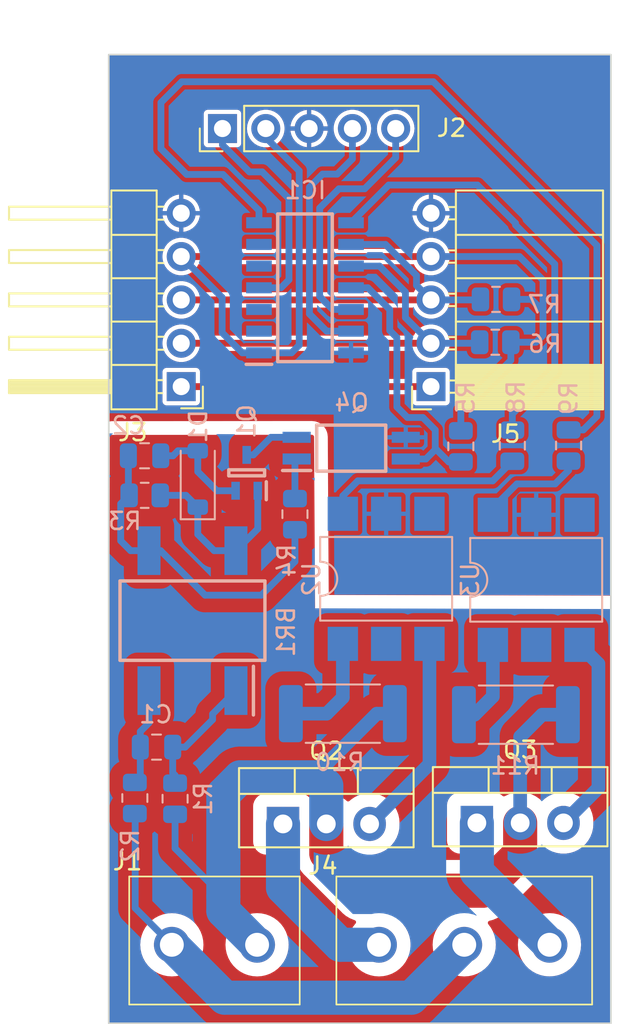
<source format=kicad_pcb>
(kicad_pcb (version 20221018) (generator pcbnew)
  (layers (0 "F.Cu" signal) (31 "B.Cu" signal) (34 "B.Paste" user) (35 "F.Paste" user) (36 "B.SilkS" user "B.Silkscreen") (37 "F.SilkS" user "F.Silkscreen") (38 "B.Mask" user) (39 "F.Mask" user) (44 "Edge.Cuts" user))
  (net 0 "")
  (net 1 "Net-(BR1-~_1)")
  (net 2 "Net-(BR1-~_2)")
  (net 3 "Net-(BR1-+)")
  (net 4 "Net-(BR1--)")
  (net 5 "Net-(D1-A)")
  (net 6 "+3V3")
  (net 9 "/VPP")
  (net 12 "/FAN_DIR-2_SIG")
  (net 13 "/FAN_DIR-1_SIG")
  (net 14 "/SDA")
  (net 15 "/SCL")
  (net 16 "/ZCD")
  (net 17 "/ICSPCLK")
  (net 18 "/ICSPDAT")
  (net 19 "GND")
  (net 20 "NEUT")
  (net 21 "LINE")
  (net 22 "+5V")
  (net 23 "/FAN_DIR-1_POWER")
  (net 24 "/FAN_DIR-2_POWER")
  (net 25 "Net-(Q1-C)")
  (net 26 "Net-(Q2-G)")
  (net 27 "Net-(Q3-G)")
  (net 28 "Net-(Q4-A)")
  (net 29 "Net-(R8-Pad2)")
  (net 30 "Net-(R9-Pad2)")
  (net 31 "Net-(R10-Pad2)")
  (net 32 "Net-(R11-Pad2)")
  (footprint "Connector_PinHeader_2.54mm:PinHeader_1x05_P2.54mm_Vertical" (layer "F.Cu") (at 21.87 19.33 90)
    (fp_text reference "J2" (at 0.03 13.43 180) (layer "F.SilkS"))
    (fp_text value "Conn_01x05_Socket")
    (fp_line (start -1.33 -1.33) (end 0 -1.33) (stroke (width 0.12)) (layer "F.SilkS"))
    (fp_line (start -1.33 0) (end -1.33 -1.33) (stroke (width 0.12)) (layer "F.SilkS"))
    (fp_line (start -1.33 1.27) (end -1.33 11.49) (stroke (width 0.12)) (layer "F.SilkS"))
    (fp_line (start -1.33 1.27) (end 1.33 1.27) (stroke (width 0.12)) (layer "F.SilkS"))
    (fp_line (start -1.33 11.49) (end 1.33 11.49) (stroke (width 0.12)) (layer "F.SilkS"))
    (fp_line (start 1.33 1.27) (end 1.33 11.49) (stroke (width 0.12)) (layer "F.SilkS"))
    (pad "1" thru_hole rect (at 0 0 90) (size 1.7 1.7) (drill 1) (layers "*.Cu" "*.Mask") (net 9 "/VPP"))
    (pad "2" thru_hole oval (at 0 2.54 90) (size 1.7 1.7) (drill 1) (layers "*.Cu" "*.Mask") (net 6 "+3V3"))
    (pad "3" thru_hole oval (at 0 5.08 90) (size 1.7 1.7) (drill 1) (layers "*.Cu" "*.Mask") (net 19 "GND"))
    (pad "4" thru_hole oval (at 0 7.62 90) (size 1.7 1.7) (drill 1) (layers "*.Cu" "*.Mask") (net 18 "/ICSPDAT"))
    (pad "5" thru_hole oval (at 0 10.16 90) (size 1.7 1.7) (drill 1) (layers "*.Cu" "*.Mask") (net 17 "/ICSPCLK"))
  )
  (footprint "KF301_2P:KF3012P" (layer "F.Cu") (at 18.9 67.15)
    (fp_text reference "J1" (at -2.6 -4.88) (layer "F.SilkS"))
    (fp_text value "Screw_Terminal_01x02" hide)
    (fp_line (start -2.5 -4) (end 7.5 -4) (stroke (width 0.1)) (layer "F.SilkS"))
    (fp_line (start -2.5 3.5) (end -2.5 -4) (stroke (width 0.1)) (layer "F.SilkS"))
    (fp_line (start 7.5 -4) (end 7.5 3.5) (stroke (width 0.1)) (layer "F.SilkS"))
    (fp_line (start 7.5 3.5) (end -2.5 3.5) (stroke (width 0.1)) (layer "F.SilkS"))
    (pad "1" thru_hole circle (at 0 0) (size 2.1 2.1) (drill 1.4) (layers "*.Cu" "*.Mask") (net 20 "NEUT"))
    (pad "2" thru_hole circle (at 5 0) (size 2.1 2.1) (drill 1.4) (layers "*.Cu" "*.Mask") (net 21 "LINE"))
  )
  (footprint "Connector_PinHeader_2.54mm:PinHeader_1x05_P2.54mm_Horizontal" (layer "F.Cu") (at 19.45 34.45 180)
    (fp_text reference "J3" (at 2.84 -2.68) (layer "F.SilkS"))
    (fp_text value "Conn_01x05_Pin")
    (fp_line (start -1.27 -1.27) (end 0 -1.27) (stroke (width 0.12)) (layer "F.SilkS"))
    (fp_line (start -1.27 0) (end -1.27 -1.27) (stroke (width 0.12)) (layer "F.SilkS"))
    (fp_line (start 1.042929 2.16) (end 1.44 2.16) (stroke (width 0.12)) (layer "F.SilkS"))
    (fp_line (start 1.042929 2.92) (end 1.44 2.92) (stroke (width 0.12)) (layer "F.SilkS"))
    (fp_line (start 1.042929 4.7) (end 1.44 4.7) (stroke (width 0.12)) (layer "F.SilkS"))
    (fp_line (start 1.042929 5.46) (end 1.44 5.46) (stroke (width 0.12)) (layer "F.SilkS"))
    (fp_line (start 1.042929 7.24) (end 1.44 7.24) (stroke (width 0.12)) (layer "F.SilkS"))
    (fp_line (start 1.042929 8) (end 1.44 8) (stroke (width 0.12)) (layer "F.SilkS"))
    (fp_line (start 1.042929 9.78) (end 1.44 9.78) (stroke (width 0.12)) (layer "F.SilkS"))
    (fp_line (start 1.042929 10.54) (end 1.44 10.54) (stroke (width 0.12)) (layer "F.SilkS"))
    (fp_line (start 1.11 -0.38) (end 1.44 -0.38) (stroke (width 0.12)) (layer "F.SilkS"))
    (fp_line (start 1.11 0.38) (end 1.44 0.38) (stroke (width 0.12)) (layer "F.SilkS"))
    (fp_line (start 1.44 -1.33) (end 1.44 11.49) (stroke (width 0.12)) (layer "F.SilkS"))
    (fp_line (start 1.44 1.27) (end 4.1 1.27) (stroke (width 0.12)) (layer "F.SilkS"))
    (fp_line (start 1.44 3.81) (end 4.1 3.81) (stroke (width 0.12)) (layer "F.SilkS"))
    (fp_line (start 1.44 6.35) (end 4.1 6.35) (stroke (width 0.12)) (layer "F.SilkS"))
    (fp_line (start 1.44 8.89) (end 4.1 8.89) (stroke (width 0.12)) (layer "F.SilkS"))
    (fp_line (start 1.44 11.49) (end 4.1 11.49) (stroke (width 0.12)) (layer "F.SilkS"))
    (fp_line (start 4.1 -1.33) (end 1.44 -1.33) (stroke (width 0.12)) (layer "F.SilkS"))
    (fp_line (start 4.1 -0.38) (end 10.1 -0.38) (stroke (width 0.12)) (layer "F.SilkS"))
    (fp_line (start 4.1 -0.32) (end 10.1 -0.32) (stroke (width 0.12)) (layer "F.SilkS"))
    (fp_line (start 4.1 -0.2) (end 10.1 -0.2) (stroke (width 0.12)) (layer "F.SilkS"))
    (fp_line (start 4.1 -0.08) (end 10.1 -0.08) (stroke (width 0.12)) (layer "F.SilkS"))
    (fp_line (start 4.1 0.04) (end 10.1 0.04) (stroke (width 0.12)) (layer "F.SilkS"))
    (fp_line (start 4.1 0.16) (end 10.1 0.16) (stroke (width 0.12)) (layer "F.SilkS"))
    (fp_line (start 4.1 0.28) (end 10.1 0.28) (stroke (width 0.12)) (layer "F.SilkS"))
    (fp_line (start 4.1 2.16) (end 10.1 2.16) (stroke (width 0.12)) (layer "F.SilkS"))
    (fp_line (start 4.1 4.7) (end 10.1 4.7) (stroke (width 0.12)) (layer "F.SilkS"))
    (fp_line (start 4.1 7.24) (end 10.1 7.24) (stroke (width 0.12)) (layer "F.SilkS"))
    (fp_line (start 4.1 9.78) (end 10.1 9.78) (stroke (width 0.12)) (layer "F.SilkS"))
    (fp_line (start 4.1 11.49) (end 4.1 -1.33) (stroke (width 0.12)) (layer "F.SilkS"))
    (fp_line (start 10.1 -0.38) (end 10.1 0.38) (stroke (width 0.12)) (layer "F.SilkS"))
    (fp_line (start 10.1 0.38) (end 4.1 0.38) (stroke (width 0.12)) (layer "F.SilkS"))
    (fp_line (start 10.1 2.16) (end 10.1 2.92) (stroke (width 0.12)) (layer "F.SilkS"))
    (fp_line (start 10.1 2.92) (end 4.1 2.92) (stroke (width 0.12)) (layer "F.SilkS"))
    (fp_line (start 10.1 4.7) (end 10.1 5.46) (stroke (width 0.12)) (layer "F.SilkS"))
    (fp_line (start 10.1 5.46) (end 4.1 5.46) (stroke (width 0.12)) (layer "F.SilkS"))
    (fp_line (start 10.1 7.24) (end 10.1 8) (stroke (width 0.12)) (layer "F.SilkS"))
    (fp_line (start 10.1 8) (end 4.1 8) (stroke (width 0.12)) (layer "F.SilkS"))
    (fp_line (start 10.1 9.78) (end 10.1 10.54) (stroke (width 0.12)) (layer "F.SilkS"))
    (fp_line (start 10.1 10.54) (end 4.1 10.54) (stroke (width 0.12)) (layer "F.SilkS"))
    (pad "1" thru_hole rect (at 0 0 180) (size 1.7 1.7) (drill 1) (layers "*.Cu" "*.Mask") (net 22 "+5V"))
    (pad "2" thru_hole oval (at 0 2.54 180) (size 1.7 1.7) (drill 1) (layers "*.Cu" "*.Mask") (net 15 "/SCL"))
    (pad "3" thru_hole oval (at 0 5.08 180) (size 1.7 1.7) (drill 1) (layers "*.Cu" "*.Mask") (net 14 "/SDA"))
    (pad "4" thru_hole oval (at 0 7.62 180) (size 1.7 1.7) (drill 1) (layers "*.Cu" "*.Mask") (net 6 "+3V3"))
    (pad "5" thru_hole oval (at 0 10.16 180) (size 1.7 1.7) (drill 1) (layers "*.Cu" "*.Mask") (net 19 "GND"))
  )
  (footprint "Package_TO_SOT_THT:TO-220-3_Vertical" (layer "F.Cu") (at 36.79 60.01)
    (fp_text reference "Q3" (at 2.54 -4.27) (layer "F.SilkS"))
    (fp_text value "BTA16-600B")
    (fp_line (start -2.58 -3.27) (end -2.58 1.371) (stroke (width 0.12)) (layer "F.SilkS"))
    (fp_line (start -2.58 -3.27) (end 7.66 -3.27) (stroke (width 0.12)) (layer "F.SilkS"))
    (fp_line (start -2.58 -1.76) (end 7.66 -1.76) (stroke (width 0.12)) (layer "F.SilkS"))
    (fp_line (start -2.58 1.371) (end 7.66 1.371) (stroke (width 0.12)) (layer "F.SilkS"))
    (fp_line (start 0.69 -3.27) (end 0.69 -1.76) (stroke (width 0.12)) (layer "F.SilkS"))
    (fp_line (start 4.391 -3.27) (end 4.391 -1.76) (stroke (width 0.12)) (layer "F.SilkS"))
    (fp_line (start 7.66 -3.27) (end 7.66 1.371) (stroke (width 0.12)) (layer "F.SilkS"))
    (pad "1" thru_hole rect (at 0 0) (size 1.905 2) (drill 1.1) (layers "*.Cu" "*.Mask") (net 24 "/FAN_DIR-2_POWER"))
    (pad "2" thru_hole oval (at 2.54 0) (size 1.905 2) (drill 1.1) (layers "*.Cu" "*.Mask") (net 21 "LINE"))
    (pad "3" thru_hole oval (at 5.08 0) (size 1.905 2) (drill 1.1) (layers "*.Cu" "*.Mask") (net 27 "Net-(Q3-G)"))
  )
  (footprint "Connector_PinSocket_2.54mm:PinSocket_1x05_P2.54mm_Horizontal" (layer "F.Cu") (at 34.1 34.45 180)
    (fp_text reference "J5" (at -4.38 -2.77) (layer "F.SilkS"))
    (fp_text value "Conn_01x05_Socket")
    (fp_line (start -10.09 -1.33) (end -10.09 11.49) (stroke (width 0.12)) (layer "F.SilkS"))
    (fp_line (start -10.09 -1.33) (end -1.46 -1.33) (stroke (width 0.12)) (layer "F.SilkS"))
    (fp_line (start -10.09 -1.21) (end -1.46 -1.21) (stroke (width 0.12)) (layer "F.SilkS"))
    (fp_line (start -10.09 -1.091905) (end -1.46 -1.091905) (stroke (width 0.12)) (layer "F.SilkS"))
    (fp_line (start -10.09 -0.97381) (end -1.46 -0.97381) (stroke (width 0.12)) (layer "F.SilkS"))
    (fp_line (start -10.09 -0.855715) (end -1.46 -0.855715) (stroke (width 0.12)) (layer "F.SilkS"))
    (fp_line (start -10.09 -0.73762) (end -1.46 -0.73762) (stroke (width 0.12)) (layer "F.SilkS"))
    (fp_line (start -10.09 -0.619525) (end -1.46 -0.619525) (stroke (width 0.12)) (layer "F.SilkS"))
    (fp_line (start -10.09 -0.50143) (end -1.46 -0.50143) (stroke (width 0.12)) (layer "F.SilkS"))
    (fp_line (start -10.09 -0.383335) (end -1.46 -0.383335) (stroke (width 0.12)) (layer "F.SilkS"))
    (fp_line (start -10.09 -0.26524) (end -1.46 -0.26524) (stroke (width 0.12)) (layer "F.SilkS"))
    (fp_line (start -10.09 -0.147145) (end -1.46 -0.147145) (stroke (width 0.12)) (layer "F.SilkS"))
    (fp_line (start -10.09 -0.02905) (end -1.46 -0.02905) (stroke (width 0.12)) (layer "F.SilkS"))
    (fp_line (start -10.09 0.089045) (end -1.46 0.089045) (stroke (width 0.12)) (layer "F.SilkS"))
    (fp_line (start -10.09 0.20714) (end -1.46 0.20714) (stroke (width 0.12)) (layer "F.SilkS"))
    (fp_line (start -10.09 0.325235) (end -1.46 0.325235) (stroke (width 0.12)) (layer "F.SilkS"))
    (fp_line (start -10.09 0.44333) (end -1.46 0.44333) (stroke (width 0.12)) (layer "F.SilkS"))
    (fp_line (start -10.09 0.561425) (end -1.46 0.561425) (stroke (width 0.12)) (layer "F.SilkS"))
    (fp_line (start -10.09 0.67952) (end -1.46 0.67952) (stroke (width 0.12)) (layer "F.SilkS"))
    (fp_line (start -10.09 0.797615) (end -1.46 0.797615) (stroke (width 0.12)) (layer "F.SilkS"))
    (fp_line (start -10.09 0.91571) (end -1.46 0.91571) (stroke (width 0.12)) (layer "F.SilkS"))
    (fp_line (start -10.09 1.033805) (end -1.46 1.033805) (stroke (width 0.12)) (layer "F.SilkS"))
    (fp_line (start -10.09 1.1519) (end -1.46 1.1519) (stroke (width 0.12)) (layer "F.SilkS"))
    (fp_line (start -10.09 1.27) (end -1.46 1.27) (stroke (width 0.12)) (layer "F.SilkS"))
    (fp_line (start -10.09 3.81) (end -1.46 3.81) (stroke (width 0.12)) (layer "F.SilkS"))
    (fp_line (start -10.09 6.35) (end -1.46 6.35) (stroke (width 0.12)) (layer "F.SilkS"))
    (fp_line (start -10.09 8.89) (end -1.46 8.89) (stroke (width 0.12)) (layer "F.SilkS"))
    (fp_line (start -10.09 11.49) (end -1.46 11.49) (stroke (width 0.12)) (layer "F.SilkS"))
    (fp_line (start -1.46 -1.33) (end -1.46 11.49) (stroke (width 0.12)) (layer "F.SilkS"))
    (fp_line (start -1.46 -0.36) (end -1.11 -0.36) (stroke (width 0.12)) (layer "F.SilkS"))
    (fp_line (start -1.46 0.36) (end -1.11 0.36) (stroke (width 0.12)) (layer "F.SilkS"))
    (fp_line (start -1.46 2.18) (end -1.05 2.18) (stroke (width 0.12)) (layer "F.SilkS"))
    (fp_line (start -1.46 2.9) (end -1.05 2.9) (stroke (width 0.12)) (layer "F.SilkS"))
    (fp_line (start -1.46 4.72) (end -1.05 4.72) (stroke (width 0.12)) (layer "F.SilkS"))
    (fp_line (start -1.46 5.44) (end -1.05 5.44) (stroke (width 0.12)) (layer "F.SilkS"))
    (fp_line (start -1.46 7.26) (end -1.05 7.26) (stroke (width 0.12)) (layer "F.SilkS"))
    (fp_line (start -1.46 7.98) (end -1.05 7.98) (stroke (width 0.12)) (layer "F.SilkS"))
    (fp_line (start -1.46 9.8) (end -1.05 9.8) (stroke (width 0.12)) (layer "F.SilkS"))
    (fp_line (start -1.46 10.52) (end -1.05 10.52) (stroke (width 0.12)) (layer "F.SilkS"))
    (fp_line (start 0 -1.33) (end 1.11 -1.33) (stroke (width 0.12)) (layer "F.SilkS"))
    (fp_line (start 1.11 -1.33) (end 1.11 0) (stroke (width 0.12)) (layer "F.SilkS"))
    (pad "1" thru_hole rect (at 0 0 180) (size 1.7 1.7) (drill 1) (layers "*.Cu" "*.Mask") (net 22 "+5V"))
    (pad "2" thru_hole oval (at 0 2.54 180) (size 1.7 1.7) (drill 1) (layers "*.Cu" "*.Mask") (net 15 "/SCL"))
    (pad "3" thru_hole oval (at 0 5.08 180) (size 1.7 1.7) (drill 1) (layers "*.Cu" "*.Mask") (net 14 "/SDA"))
    (pad "4" thru_hole oval (at 0 7.62 180) (size 1.7 1.7) (drill 1) (layers "*.Cu" "*.Mask") (net 6 "+3V3"))
    (pad "5" thru_hole oval (at 0 10.16 180) (size 1.7 1.7) (drill 1) (layers "*.Cu" "*.Mask") (net 19 "GND"))
  )
  (footprint "KF301_3P:KF3013P" (layer "F.Cu") (at 31.05 67.15)
    (fp_text reference "J4" (at -3.29 -4.63) (layer "F.SilkS"))
    (fp_text value "Screw_Terminal_01x03" hide)
    (fp_line (start -2.5 -4) (end 12.5 -4) (stroke (width 0.1)) (layer "F.SilkS"))
    (fp_line (start -2.5 3.5) (end -2.5 -4) (stroke (width 0.1)) (layer "F.SilkS"))
    (fp_line (start 12.5 -4) (end 12.5 3.5) (stroke (width 0.1)) (layer "F.SilkS"))
    (fp_line (start 12.5 3.5) (end -2.5 3.5) (stroke (width 0.1)) (layer "F.SilkS"))
    (pad "1" thru_hole circle (at 0 0) (size 2.1 2.1) (drill 1.4) (layers "*.Cu" "*.Mask") (net 23 "/FAN_DIR-1_POWER"))
    (pad "2" thru_hole circle (at 5 0) (size 2.1 2.1) (drill 1.4) (layers "*.Cu" "*.Mask") (net 20 "NEUT"))
    (pad "3" thru_hole circle (at 10 0) (size 2.1 2.1) (drill 1.4) (layers "*.Cu" "*.Mask") (net 24 "/FAN_DIR-2_POWER"))
  )
  (footprint "Package_TO_SOT_THT:TO-220-3_Vertical" (layer "F.Cu") (at 25.42 60.07)
    (fp_text reference "Q2" (at 2.54 -4.27) (layer "F.SilkS"))
    (fp_text value "BTA16-600B")
    (fp_line (start -2.58 -3.27) (end -2.58 1.371) (stroke (width 0.12)) (layer "F.SilkS"))
    (fp_line (start -2.58 -3.27) (end 7.66 -3.27) (stroke (width 0.12)) (layer "F.SilkS"))
    (fp_line (start -2.58 -1.76) (end 7.66 -1.76) (stroke (width 0.12)) (layer "F.SilkS"))
    (fp_line (start -2.58 1.371) (end 7.66 1.371) (stroke (width 0.12)) (layer "F.SilkS"))
    (fp_line (start 0.69 -3.27) (end 0.69 -1.76) (stroke (width 0.12)) (layer "F.SilkS"))
    (fp_line (start 4.391 -3.27) (end 4.391 -1.76) (stroke (width 0.12)) (layer "F.SilkS"))
    (fp_line (start 7.66 -3.27) (end 7.66 1.371) (stroke (width 0.12)) (layer "F.SilkS"))
    (pad "1" thru_hole rect (at 0 0) (size 1.905 2) (drill 1.1) (layers "*.Cu" "*.Mask") (net 23 "/FAN_DIR-1_POWER"))
    (pad "2" thru_hole oval (at 2.54 0) (size 1.905 2) (drill 1.1) (layers "*.Cu" "*.Mask") (net 21 "LINE"))
    (pad "3" thru_hole oval (at 5.08 0) (size 1.905 2) (drill 1.1) (layers "*.Cu" "*.Mask") (net 26 "Net-(Q2-G)"))
  )
  (footprint "DB207S:SOP510P1015X375-4N" (layer "B.Cu") (at 20.11 48.16 90)
    (fp_text reference "BR1" (at -0.65 5.49 90) (layer "B.SilkS") (effects (justify mirror)))
    (fp_text value "DB207S" hide)
    (fp_line (start -5.525 3.575) (end -2.675 3.575) (stroke (width 0.2)) (layer "B.SilkS"))
    (fp_line (start -2.325 -4.25) (end -2.325 4.25) (stroke (width 0.2)) (layer "B.SilkS"))
    (fp_line (start -2.325 4.25) (end 2.325 4.25) (stroke (width 0.2)) (layer "B.SilkS"))
    (fp_line (start 2.325 -4.25) (end -2.325 -4.25) (stroke (width 0.2)) (layer "B.SilkS"))
    (fp_line (start 2.325 4.25) (end 2.325 -4.25) (stroke (width 0.2)) (layer "B.SilkS"))
    (pad "1" smd rect (at -4.1 2.55) (size 1.35 2.85) (layers "B.Cu" "B.Paste" "B.Mask") (net 1 "Net-(BR1-~_1)"))
    (pad "2" smd rect (at -4.1 -2.55) (size 1.35 2.85) (layers "B.Cu" "B.Paste" "B.Mask") (net 2 "Net-(BR1-~_2)"))
    (pad "3" smd rect (at 4.1 -2.55) (size 1.35 2.85) (layers "B.Cu" "B.Paste" "B.Mask") (net 3 "Net-(BR1-+)"))
    (pad "4" smd rect (at 4.1 2.55) (size 1.35 2.85) (layers "B.Cu" "B.Paste" "B.Mask") (net 4 "Net-(BR1--)"))
  )
  (footprint "Capacitor_SMD:C_0805_2012Metric" (layer "B.Cu") (at 17.3 38.5)
    (fp_text reference "C2" (at -0.94 -1.77) (layer "B.SilkS") (effects (justify mirror)))
    (fp_text value "4.7 uF")
    (fp_line (start -0.261252 -0.735) (end 0.261252 -0.735) (stroke (width 0.12)) (layer "B.SilkS"))
    (fp_line (start -0.261252 0.735) (end 0.261252 0.735) (stroke (width 0.12)) (layer "B.SilkS"))
    (pad "1" smd roundrect (at -0.95 0) (size 1 1.45) (layers "B.Cu" "B.Paste" "B.Mask") (net 3 "Net-(BR1-+)"))
    (pad "2" smd roundrect (at 0.95 0) (size 1 1.45) (layers "B.Cu" "B.Paste" "B.Mask") (net 5 "Net-(D1-A)"))
  )
  (footprint "Capacitor_SMD:C_0805_2012Metric" (layer "B.Cu") (at 18 55.57)
    (fp_text reference "C1" (at -0.04 -1.91) (layer "B.SilkS") (effects (justify mirror)))
    (fp_text value "1 nF")
    (fp_line (start -0.261252 -0.735) (end 0.261252 -0.735) (stroke (width 0.12)) (layer "B.SilkS"))
    (fp_line (start -0.261252 0.735) (end 0.261252 0.735) (stroke (width 0.12)) (layer "B.SilkS"))
    (pad "1" smd roundrect (at -0.95 0) (size 1 1.45) (layers "B.Cu" "B.Paste" "B.Mask") (net 2 "Net-(BR1-~_2)"))
    (pad "2" smd roundrect (at 0.95 0) (size 1 1.45) (layers "B.Cu" "B.Paste" "B.Mask") (net 1 "Net-(BR1-~_1)"))
  )
  (footprint "PS2801:SOIC127P700X210-4N" (layer "B.Cu") (at 29.42 38.055)
    (fp_text reference "Q4" (at 0.03 -2.665) (layer "B.SilkS") (effects (justify mirror)))
    (fp_text value "PS2801-1-F3-K-A" hide)
    (fp_line (start -4.025 1.31) (end -2.375 1.31) (stroke (width 0.2)) (layer "B.SilkS"))
    (fp_line (start -2.025 -1.35) (end -2.025 1.35) (stroke (width 0.2)) (layer "B.SilkS"))
    (fp_line (start -2.025 1.35) (end 2.025 1.35) (stroke (width 0.2)) (layer "B.SilkS"))
    (fp_line (start 2.025 -1.35) (end -2.025 -1.35) (stroke (width 0.2)) (layer "B.SilkS"))
    (fp_line (start 2.025 1.35) (end 2.025 -1.35) (stroke (width 0.2)) (layer "B.SilkS"))
    (pad "1" smd rect (at -3.2 0.635 270) (size 0.65 1.65) (layers "B.Cu" "B.Paste" "B.Mask") (net 28 "Net-(Q4-A)"))
    (pad "2" smd rect (at -3.2 -0.635 270) (size 0.65 1.65) (layers "B.Cu" "B.Paste" "B.Mask") (net 25 "Net-(Q1-C)"))
    (pad "3" smd rect (at 3.2 -0.635 270) (size 0.65 1.65) (layers "B.Cu" "B.Paste" "B.Mask") (net 19 "GND"))
    (pad "4" smd rect (at 3.2 0.635 270) (size 0.65 1.65) (layers "B.Cu" "B.Paste" "B.Mask") (net 16 "/ZCD"))
  )
  (footprint "Package_DIP:SMDIP-6_W7.62mm" (layer "B.Cu") (at 31.47 45.71 -90)
    (fp_text reference "U2" (at 0.03 4.38 90) (layer "B.SilkS") (effects (justify mirror)))
    (fp_text value "MOC3020M")
    (fp_line (start -2.45 -3.87) (end 2.45 -3.87) (stroke (width 0.12)) (layer "B.SilkS"))
    (fp_line (start -2.45 3.87) (end -2.45 -3.87) (stroke (width 0.12)) (layer "B.SilkS"))
    (fp_line (start -1 3.87) (end -2.45 3.87) (stroke (width 0.12)) (layer "B.SilkS"))
    (fp_line (start 2.45 -3.87) (end 2.45 3.87) (stroke (width 0.12)) (layer "B.SilkS"))
    (fp_line (start 2.45 3.87) (end 1 3.87) (stroke (width 0.12)) (layer "B.SilkS"))
    (fp_arc (start -1 3.87) (mid 0 2.87) (end 1 3.87) (stroke (width 0.12)) (layer "B.SilkS"))
    (pad "1" smd rect (at -3.81 2.54 270) (size 2 1.78) (layers "B.Cu" "B.Paste" "B.Mask") (net 29 "Net-(R8-Pad2)"))
    (pad "2" smd rect (at -3.81 0 270) (size 2 1.78) (layers "B.Cu" "B.Paste" "B.Mask") (net 19 "GND"))
    (pad "3" smd rect (at -3.81 -2.54 270) (size 2 1.78) (layers "B.Cu" "B.Paste" "B.Mask"))
    (pad "4" smd rect (at 3.81 -2.54 270) (size 2 1.78) (layers "B.Cu" "B.Paste" "B.Mask") (net 26 "Net-(Q2-G)"))
    (pad "5" smd rect (at 3.81 0 270) (size 2 1.78) (layers "B.Cu" "B.Paste" "B.Mask"))
    (pad "6" smd rect (at 3.81 2.54 270) (size 2 1.78) (layers "B.Cu" "B.Paste" "B.Mask") (net 31 "Net-(R10-Pad2)"))
  )
  (footprint "Resistor_SMD:R_0805_2012Metric" (layer "B.Cu") (at 19.09 58.5925 90)
    (fp_text reference "R1" (at 0 1.65 90) (layer "B.SilkS") (effects (justify mirror)))
    (fp_text value "220K")
    (fp_line (start -0.227064 -0.735) (end 0.227064 -0.735) (stroke (width 0.12)) (layer "B.SilkS"))
    (fp_line (start -0.227064 0.735) (end 0.227064 0.735) (stroke (width 0.12)) (layer "B.SilkS"))
    (pad "1" smd roundrect (at -0.9125 0 90) (size 1.025 1.4) (layers "B.Cu" "B.Paste" "B.Mask") (roundrect_rratio 0.243902439) (net 21 "LINE"))
    (pad "2" smd roundrect (at 0.9125 0 90) (size 1.025 1.4) (layers "B.Cu" "B.Paste" "B.Mask") (roundrect_rratio 0.243902439) (net 1 "Net-(BR1-~_1)"))
  )
  (footprint "Resistor_SMD:R_0805_2012Metric" (layer "B.Cu") (at 26.12 41.9225 -90)
    (fp_text reference "R4" (at 2.7175 0.48 90) (layer "B.SilkS") (effects (justify mirror)))
    (fp_text value "1K")
    (fp_line (start -0.227064 -0.735) (end 0.227064 -0.735) (stroke (width 0.12)) (layer "B.SilkS"))
    (fp_line (start -0.227064 0.735) (end 0.227064 0.735) (stroke (width 0.12)) (layer "B.SilkS"))
    (pad "1" smd roundrect (at -0.9125 0 270) (size 1.025 1.4) (layers "B.Cu" "B.Paste" "B.Mask") (roundrect_rratio 0.243902439) (net 28 "Net-(Q4-A)"))
    (pad "2" smd roundrect (at 0.9125 0 270) (size 1.025 1.4) (layers "B.Cu" "B.Paste" "B.Mask") (roundrect_rratio 0.243902439) (net 3 "Net-(BR1-+)"))
  )
  (footprint "PI16F15323:SOIC127P600X175-14N" (layer "B.Cu") (at 26.71 28.66)
    (fp_text reference "IC1" (at 0.02 -5.71) (layer "B.SilkS") (effects (justify mirror)))
    (fp_text value "PIC16F15323-I_SL" hide)
    (fp_line (start -3.45 4.485) (end -1.95 4.485) (stroke (width 0.2)) (layer "B.SilkS"))
    (fp_line (start -1.6 -4.325) (end -1.6 4.325) (stroke (width 0.2)) (layer "B.SilkS"))
    (fp_line (start -1.6 4.325) (end 1.6 4.325) (stroke (width 0.2)) (layer "B.SilkS"))
    (fp_line (start 1.6 -4.325) (end -1.6 -4.325) (stroke (width 0.2)) (layer "B.SilkS"))
    (fp_line (start 1.6 4.325) (end 1.6 -4.325) (stroke (width 0.2)) (layer "B.SilkS"))
    (pad "1" smd rect (at -2.7 3.81 270) (size 0.65 1.5) (layers "B.Cu" "B.Paste" "B.Mask") (net 6 "+3V3"))
    (pad "2" smd rect (at -2.7 2.54 270) (size 0.65 1.5) (layers "B.Cu" "B.Paste" "B.Mask"))
    (pad "3" smd rect (at -2.7 1.27 270) (size 0.65 1.5) (layers "B.Cu" "B.Paste" "B.Mask"))
    (pad "4" smd rect (at -2.7 0 270) (size 0.65 1.5) (layers "B.Cu" "B.Paste" "B.Mask") (net 9 "/VPP"))
    (pad "5" smd rect (at -2.7 -1.27 270) (size 0.65 1.5) (layers "B.Cu" "B.Paste" "B.Mask"))
    (pad "6" smd rect (at -2.7 -2.54 270) (size 0.65 1.5) (layers "B.Cu" "B.Paste" "B.Mask"))
    (pad "7" smd rect (at -2.7 -3.81 270) (size 0.65 1.5) (layers "B.Cu" "B.Paste" "B.Mask") (net 12 "/FAN_DIR-2_SIG"))
    (pad "8" smd rect (at 2.7 -3.81 270) (size 0.65 1.5) (layers "B.Cu" "B.Paste" "B.Mask") (net 13 "/FAN_DIR-1_SIG"))
    (pad "9" smd rect (at 2.7 -2.54 270) (size 0.65 1.5) (layers "B.Cu" "B.Paste" "B.Mask") (net 14 "/SDA"))
    (pad "10" smd rect (at 2.7 -1.27 270) (size 0.65 1.5) (layers "B.Cu" "B.Paste" "B.Mask") (net 15 "/SCL"))
    (pad "11" smd rect (at 2.7 0 270) (size 0.65 1.5) (layers "B.Cu" "B.Paste" "B.Mask") (net 16 "/ZCD"))
    (pad "12" smd rect (at 2.7 1.27 270) (size 0.65 1.5) (layers "B.Cu" "B.Paste" "B.Mask") (net 17 "/ICSPCLK"))
    (pad "13" smd rect (at 2.7 2.54 270) (size 0.65 1.5) (layers "B.Cu" "B.Paste" "B.Mask") (net 18 "/ICSPDAT"))
    (pad "14" smd rect (at 2.7 3.81 270) (size 0.65 1.5) (layers "B.Cu" "B.Paste" "B.Mask") (net 19 "GND"))
  )
  (footprint "Resistor_SMD:R_2512_6332Metric_Pad1.40x3.35mm_HandSolder" (layer "B.Cu") (at 28.93 53.61 180)
    (fp_text reference "R10" (at 0.18 -2.84) (layer "B.SilkS") (effects (justify mirror)))
    (fp_text value "330")
    (fp_line (start -2.177064 -1.71) (end 2.177064 -1.71) (stroke (width 0.12)) (layer "B.SilkS"))
    (fp_line (start -2.177064 1.71) (end 2.177064 1.71) (stroke (width 0.12)) (layer "B.SilkS"))
    (pad "1" smd roundrect (at -3.05 0 180) (size 1.4 3.35) (layers "B.Cu" "B.Paste" "B.Mask") (roundrect_rratio 0.1785707143) (net 21 "LINE"))
    (pad "2" smd roundrect (at 3.05 0 180) (size 1.4 3.35) (layers "B.Cu" "B.Paste" "B.Mask") (roundrect_rratio 0.1785707143) (net 31 "Net-(R10-Pad2)"))
  )
  (footprint "Resistor_SMD:R_0805_2012Metric" (layer "B.Cu") (at 35.85 37.95 -90)
    (fp_text reference "R5" (at -2.85 -0.29 90) (layer "B.SilkS") (effects (justify mirror)))
    (fp_text value "4.7K")
    (fp_line (start -0.227064 -0.735) (end 0.227064 -0.735) (stroke (width 0.12)) (layer "B.SilkS"))
    (fp_line (start -0.227064 0.735) (end 0.227064 0.735) (stroke (width 0.12)) (layer "B.SilkS"))
    (pad "1" smd roundrect (at -0.9125 0 270) (size 1.025 1.4) (layers "B.Cu" "B.Paste" "B.Mask") (roundrect_rratio 0.243902439) (net 6 "+3V3"))
    (pad "2" smd roundrect (at 0.9125 0 270) (size 1.025 1.4) (layers "B.Cu" "B.Paste" "B.Mask") (roundrect_rratio 0.243902439) (net 16 "/ZCD"))
  )
  (footprint "Resistor_SMD:R_0805_2012Metric" (layer "B.Cu") (at 17.3075 40.82 180)
    (fp_text reference "R3" (at 1.1675 -1.51) (layer "B.SilkS") (effects (justify mirror)))
    (fp_text value "22K")
    (fp_line (start -0.227064 -0.735) (end 0.227064 -0.735) (stroke (width 0.12)) (layer "B.SilkS"))
    (fp_line (start -0.227064 0.735) (end 0.227064 0.735) (stroke (width 0.12)) (layer "B.SilkS"))
    (pad "1" smd roundrect (at -0.9125 0 180) (size 1.025 1.4) (layers "B.Cu" "B.Paste" "B.Mask") (roundrect_rratio 0.243902439) (net 4 "Net-(BR1--)"))
    (pad "2" smd roundrect (at 0.9125 0 180) (size 1.025 1.4) (layers "B.Cu" "B.Paste" "B.Mask") (roundrect_rratio 0.243902439) (net 3 "Net-(BR1-+)"))
  )
  (footprint "Resistor_SMD:R_0805_2012Metric" (layer "B.Cu") (at 37.9125 29.34 180)
    (fp_text reference "R7" (at -2.8375 -0.3) (layer "B.SilkS") (effects (justify mirror)))
    (fp_text value "4.7K")
    (fp_line (start -0.227064 -0.735) (end 0.227064 -0.735) (stroke (width 0.12)) (layer "B.SilkS"))
    (fp_line (start -0.227064 0.735) (end 0.227064 0.735) (stroke (width 0.12)) (layer "B.SilkS"))
    (pad "1" smd roundrect (at -0.9125 0 180) (size 1.025 1.4) (layers "B.Cu" "B.Paste" "B.Mask") (roundrect_rratio 0.243902439) (net 6 "+3V3"))
    (pad "2" smd roundrect (at 0.9125 0 180) (size 1.025 1.4) (layers "B.Cu" "B.Paste" "B.Mask") (roundrect_rratio 0.243902439) (net 14 "/SDA"))
  )
  (footprint "Resistor_SMD:R_0805_2012Metric" (layer "B.Cu") (at 42.17 37.9 -90)
    (fp_text reference "R9" (at -2.77 0 90) (layer "B.SilkS") (effects (justify mirror)))
    (fp_text value "220R")
    (fp_line (start -0.227064 -0.735) (end 0.227064 -0.735) (stroke (width 0.12)) (layer "B.SilkS"))
    (fp_line (start -0.227064 0.735) (end 0.227064 0.735) (stroke (width 0.12)) (layer "B.SilkS"))
    (pad "1" smd roundrect (at -0.9125 0 270) (size 1.025 1.4) (layers "B.Cu" "B.Paste" "B.Mask") (roundrect_rratio 0.243902439) (net 12 "/FAN_DIR-2_SIG"))
    (pad "2" smd roundrect (at 0.9125 0 270) (size 1.025 1.4) (layers "B.Cu" "B.Paste" "B.Mask") (roundrect_rratio 0.243902439) (net 30 "Net-(R9-Pad2)"))
  )
  (footprint "Diode_SMD:D_SOD-123" (layer "B.Cu") (at 20.42 39.86 90)
    (fp_text reference "D1" (at 3.08 0.03 90) (layer "B.SilkS") (effects (justify mirror)))
    (fp_text value "D")
    (fp_line (start -2.36 -1) (end 1.65 -1) (stroke (width 0.12)) (layer "B.SilkS"))
    (fp_line (start -2.36 1) (end -2.36 -1) (stroke (width 0.12)) (layer "B.SilkS"))
    (fp_line (start -2.36 1) (end 1.65 1) (stroke (width 0.12)) (layer "B.SilkS"))
    (pad "1" smd roundrect (at -1.65 0 90) (size 0.9 1.2) (layers "B.Cu" "B.Paste" "B.Mask") (net 4 "Net-(BR1--)"))
    (pad "2" smd roundrect (at 1.65 0 90) (size 0.9 1.2) (layers "B.Cu" "B.Paste" "B.Mask") (net 5 "Net-(D1-A)"))
  )
  (footprint "Resistor_SMD:R_2512_6332Metric_Pad1.40x3.35mm_HandSolder" (layer "B.Cu") (at 39.08 53.67 180)
    (fp_text reference "R11" (at 0.04 -2.99) (layer "B.SilkS") (effects (justify mirror)))
    (fp_text value "330")
    (fp_line (start -2.177064 -1.71) (end 2.177064 -1.71) (stroke (width 0.12)) (layer "B.SilkS"))
    (fp_line (start -2.177064 1.71) (end 2.177064 1.71) (stroke (width 0.12)) (layer "B.SilkS"))
    (pad "1" smd roundrect (at -3.05 0 180) (size 1.4 3.35) (layers "B.Cu" "B.Paste" "B.Mask") (roundrect_rratio 0.1785707143) (net 21 "LINE"))
    (pad "2" smd roundrect (at 3.05 0 180) (size 1.4 3.35) (layers "B.Cu" "B.Paste" "B.Mask") (roundrect_rratio 0.1785707143) (net 32 "Net-(R11-Pad2)"))
  )
  (footprint "Package_DIP:SMDIP-6_W7.62mm" (layer "B.Cu") (at 40.27 45.77 -90)
    (fp_text reference "U3" (at 0 3.87 90) (layer "B.SilkS") (effects (justify mirror)))
    (fp_text value "MOC3020M")
    (fp_line (start -2.45 -3.87) (end 2.45 -3.87) (stroke (width 0.12)) (layer "B.SilkS"))
    (fp_line (start -2.45 3.87) (end -2.45 -3.87) (stroke (width 0.12)) (layer "B.SilkS"))
    (fp_line (start -1 3.87) (end -2.45 3.87) (stroke (width 0.12)) (layer "B.SilkS"))
    (fp_line (start 2.45 -3.87) (end 2.45 3.87) (stroke (width 0.12)) (layer "B.SilkS"))
    (fp_line (start 2.45 3.87) (end 1 3.87) (stroke (width 0.12)) (layer "B.SilkS"))
    (fp_arc (start -1 3.87) (mid 0 2.87) (end 1 3.87) (stroke (width 0.12)) (layer "B.SilkS"))
    (pad "1" smd rect (at -3.81 2.54 270) (size 2 1.78) (layers "B.Cu" "B.Paste" "B.Mask") (net 30 "Net-(R9-Pad2)"))
    (pad "2" smd rect (at -3.81 0 270) (size 2 1.78) (layers "B.Cu" "B.Paste" "B.Mask") (net 19 "GND"))
    (pad "3" smd rect (at -3.81 -2.54 270) (size 2 1.78) (layers "B.Cu" "B.Paste" "B.Mask"))
    (pad "4" smd rect (at 3.81 -2.54 270) (size 2 1.78) (layers "B.Cu" "B.Paste" "B.Mask") (net 27 "Net-(Q3-G)"))
    (pad "5" smd rect (at 3.81 0 270) (size 2 1.78) (layers "B.Cu" "B.Paste" "B.Mask"))
    (pad "6" smd rect (at 3.81 2.54 270) (size 2 1.78) (layers "B.Cu" "B.Paste" "B.Mask") (net 32 "Net-(R11-Pad2)"))
  )
  (footprint "Resistor_SMD:R_0805_2012Metric" (layer "B.Cu") (at 16.73 58.5525 90)
    (fp_text reference "R2" (at -2.8 -0.27 90) (layer "B.SilkS") (effects (justify mirror)))
    (fp_text value "220K")
    (fp_line (start -0.227064 -0.735) (end 0.227064 -0.735) (stroke (width 0.12)) (layer "B.SilkS"))
    (fp_line (start -0.227064 0.735) (end 0.227064 0.735) (stroke (width 0.12)) (layer "B.SilkS"))
    (pad "1" smd roundrect (at -0.9125 0 90) (size 1.025 1.4) (layers "B.Cu" "B.Paste" "B.Mask") (roundrect_rratio 0.243902439) (net 20 "NEUT"))
    (pad "2" smd roundrect (at 0.9125 0 90) (size 1.025 1.4) (layers "B.Cu" "B.Paste" "B.Mask") (roundrect_rratio 0.243902439) (net 2 "Net-(BR1-~_2)"))
  )
  (footprint "S9014:SOT65P230X110-3N" (layer "B.Cu") (at 23.29 39.5 90)
    (fp_text reference "Q1" (at 3.01 -0.01 90) (layer "B.SilkS") (effects (justify mirror)))
    (fp_text value "S9014" hide)
    (fp_line (start -1.575 1.15) (end -0.525 1.15) (stroke (width 0.2)) (layer "B.SilkS"))
    (fp_line (start -0.175 -1.05) (end -0.175 1.05) (stroke (width 0.2)) (layer "B.SilkS"))
    (fp_line (start -0.175 1.05) (end 0.175 1.05) (stroke (width 0.2)) (layer "B.SilkS"))
    (fp_line (start 0.175 -1.05) (end -0.175 -1.05) (stroke (width 0.2)) (layer "B.SilkS"))
    (fp_line (start 0.175 1.05) (end 0.175 -1.05) (stroke (width 0.2)) (layer "B.SilkS"))
    (pad "1" smd rect (at -1.05 0.65) (size 0.5 1.05) (layers "B.Cu" "B.Paste" "B.Mask") (net 4 "Net-(BR1--)"))
    (pad "2" smd rect (at -1.05 -0.65) (size 0.5 1.05) (layers "B.Cu" "B.Paste" "B.Mask") (net 5 "Net-(D1-A)"))
    (pad "3" smd rect (at 1.05 0) (size 0.5 1.05) (layers "B.Cu" "B.Paste" "B.Mask") (net 25 "Net-(Q1-C)"))
  )
  (footprint "Resistor_SMD:R_0805_2012Metric" (layer "B.Cu") (at 37.87 31.85 180)
    (fp_text reference "R6" (at -2.91 -0.1 -360) (layer "B.SilkS") (effects (justify mirror)))
    (fp_text value "4.7K")
    (fp_line (start -0.227064 -0.735) (end 0.227064 -0.735) (stroke (width 0.12)) (layer "B.SilkS"))
    (fp_line (start -0.227064 0.735) (end 0.227064 0.735) (stroke (width 0.12)) (layer "B.SilkS"))
    (pad "1" smd roundrect (at -0.9125 0 180) (size 1.025 1.4) (layers "B.Cu" "B.Paste" "B.Mask") (roundrect_rratio 0.243902439) (net 6 "+3V3"))
    (pad "2" smd roundrect (at 0.9125 0 180) (size 1.025 1.4) (layers "B.Cu" "B.Paste" "B.Mask") (roundrect_rratio 0.243902439) (net 15 "/SCL"))
  )
  (footprint "Resistor_SMD:R_0805_2012Metric" (layer "B.Cu") (at 38.87 37.91 -90)
    (fp_text reference "R8" (at -2.84 -0.21 90) (layer "B.SilkS") (effects (justify mirror)))
    (fp_text value "220R")
    (fp_line (start -0.227064 -0.735) (end 0.227064 -0.735) (stroke (width 0.12)) (layer "B.SilkS"))
    (fp_line (start -0.227064 0.735) (end 0.227064 0.735) (stroke (width 0.12)) (layer "B.SilkS"))
    (pad "1" smd roundrect (at -0.9125 0 270) (size 1.025 1.4) (layers "B.Cu" "B.Paste" "B.Mask") (roundrect_rratio 0.243902439) (net 13 "/FAN_DIR-1_SIG"))
    (pad "2" smd roundrect (at 0.9125 0 270) (size 1.025 1.4) (layers "B.Cu" "B.Paste" "B.Mask") (roundrect_rratio 0.243902439) (net 29 "Net-(R8-Pad2)"))
  )
  (gr_rect (start 15.2 15) (end 44.65 71.75) (stroke (width 0.1)) (fill none) (layer "Edge.Cuts"))
  (segment (start 21.29 53.96) (end 21.29 53.63) (width 0.4) (layer "B.Cu") (net 1))
  (segment (start 18.95 55.57) (end 18.95 57.08) (width 0.4) (layer "B.Cu") (net 1))
  (segment (start 18.95 55.57) (end 19.68 55.57) (width 0.4) (layer "B.Cu") (net 1))
  (segment (start 18.95 57.08) (end 19.09 57.22) (width 0.4) (layer "B.Cu") (net 1))
  (segment (start 19.68 55.57) (end 21.29 53.96) (width 0.4) (layer "B.Cu") (net 1))
  (segment (start 21.29 53.63) (end 22.66 52.26) (width 0.4) (layer "B.Cu") (net 1))
  (segment (start 19.09 57.68) (end 19.09 57.22) (width 0.4) (layer "B.Cu") (net 1))
  (segment (start 17.56 54.15) (end 17.56 52.26) (width 0.4) (layer "B.Cu") (net 2))
  (segment (start 17.05 54.66) (end 17.56 54.15) (width 0.4) (layer "B.Cu") (net 2))
  (segment (start 17.05 55.57) (end 17.05 57.32) (width 0.4) (layer "B.Cu") (net 2))
  (segment (start 17.05 57.32) (end 16.73 57.64) (width 0.4) (layer "B.Cu") (net 2))
  (segment (start 17.05 55.57) (end 17.05 54.66) (width 0.4) (layer "B.Cu") (net 2))
  (segment (start 16.35 40.775) (end 16.395 40.82) (width 0.4) (layer "B.Cu") (net 3))
  (segment (start 24.15 46.67) (end 26.12 44.7) (width 0.4) (layer "B.Cu") (net 3))
  (segment (start 16.35 38.5) (end 16.35 40.775) (width 0.4) (layer "B.Cu") (net 3))
  (segment (start 15.9 41.315) (end 16.395 40.82) (width 0.4) (layer "B.Cu") (net 3))
  (segment (start 17.56 44.06) (end 18.24 44.06) (width 0.4) (layer "B.Cu") (net 3))
  (segment (start 20.85 46.67) (end 24.15 46.67) (width 0.4) (layer "B.Cu") (net 3))
  (segment (start 18.24 44.06) (end 20.85 46.67) (width 0.4) (layer "B.Cu") (net 3))
  (segment (start 15.9 43.48) (end 15.9 41.315) (width 0.4) (layer "B.Cu") (net 3))
  (segment (start 26.12 44.7) (end 26.12 42.835) (width 0.4) (layer "B.Cu") (net 3))
  (segment (start 17.56 44.06) (end 16.48 44.06) (width 0.4) (layer "B.Cu") (net 3))
  (segment (start 16.48 44.06) (end 15.9 43.48) (width 0.4) (layer "B.Cu") (net 3))
  (segment (start 18.22 40.82) (end 19.73 40.82) (width 0.4) (layer "B.Cu") (net 4))
  (segment (start 19.73 40.82) (end 20.42 41.51) (width 0.4) (layer "B.Cu") (net 4))
  (segment (start 22.66 44.06) (end 23.94 42.78) (width 0.4) (layer "B.Cu") (net 4))
  (segment (start 20.42 41.51) (end 20.42 43.1) (width 0.4) (layer "B.Cu") (net 4))
  (segment (start 23.94 42.78) (end 23.94 40.55) (width 0.4) (layer "B.Cu") (net 4))
  (segment (start 20.42 43.1) (end 21.38 44.06) (width 0.4) (layer "B.Cu") (net 4))
  (segment (start 21.38 44.06) (end 22.66 44.06) (width 0.4) (layer "B.Cu") (net 4))
  (segment (start 19.26 38.21) (end 20.42 38.21) (width 0.4) (layer "B.Cu") (net 5))
  (segment (start 20.42 39.43) (end 20.42 38.21) (width 0.4) (layer "B.Cu") (net 5))
  (segment (start 18.97 38.5) (end 19.26 38.21) (width 0.4) (layer "B.Cu") (net 5))
  (segment (start 18.25 38.5) (end 18.97 38.5) (width 0.4) (layer "B.Cu") (net 5))
  (segment (start 22.64 40.55) (end 21.54 40.55) (width 0.4) (layer "B.Cu") (net 5))
  (segment (start 21.54 40.55) (end 20.42 39.43) (width 0.4) (layer "B.Cu") (net 5))
  (segment (start 19.45 26.83) (end 34.1 26.83) (width 0.4) (layer "F.Cu") (net 6))
  (segment (start 35.85 37.0375) (end 35.85 35.84) (width 0.4) (layer "B.Cu") (net 6))
  (segment (start 40.67 31.44) (end 40.26 31.85) (width 0.4) (layer "B.Cu") (net 6))
  (segment (start 19.45 26.83) (end 21.85 29.23) (width 0.4) (layer "B.Cu") (net 6))
  (segment (start 40.67 30.02) (end 40.67 31.44) (width 0.4) (layer "B.Cu") (net 6))
  (segment (start 34.1 26.83) (end 39.29 26.83) (width 0.4) (layer "B.Cu") (net 6))
  (segment (start 24.41 19.85) (end 26.37 21.81) (width 0.4) (layer "B.Cu") (net 6))
  (segment (start 38.7825 32.9075) (end 38.7825 31.85) (width 0.4) (layer "B.Cu") (net 6))
  (segment (start 38.825 29.34) (end 39.99 29.34) (width 0.4) (layer "B.Cu") (net 6))
  (segment (start 26.37 32.02) (end 25.92 32.47) (width 0.4) (layer "B.Cu") (net 6))
  (segment (start 21.85 29.23) (end 21.85 31.29) (width 0.4) (layer "B.Cu") (net 6))
  (segment (start 40.67 28.21) (end 40.67 30.02) (width 0.4) (layer "B.Cu") (net 6))
  (segment (start 24.41 19.33) (end 24.41 19.85) (width 0.4) (layer "B.Cu") (net 6))
  (segment (start 39.29 26.83) (end 40.67 28.21) (width 0.4) (layer "B.Cu") (net 6))
  (segment (start 40.26 31.85) (end 38.7825 31.85) (width 0.4) (layer "B.Cu") (net 6))
  (segment (start 21.85 31.29) (end 23.03 32.47) (width 0.4) (layer "B.Cu") (net 6))
  (segment (start 26.37 21.81) (end 26.37 32.02) (width 0.4) (layer "B.Cu") (net 6))
  (segment (start 39.99 29.34) (end 40.67 30.02) (width 0.4) (layer "B.Cu") (net 6))
  (segment (start 23.03 32.47) (end 24.01 32.47) (width 0.4) (layer "B.Cu") (net 6))
  (segment (start 25.92 32.47) (end 24.01 32.47) (width 0.4) (layer "B.Cu") (net 6))
  (segment (start 35.85 35.84) (end 38.7825 32.9075) (width 0.4) (layer "B.Cu") (net 6))
  (segment (start 21.87 20.29) (end 21.87 19.33) (width 0.4) (layer "B.Cu") (net 9))
  (segment (start 24.2 21.87) (end 23.45 21.87) (width 0.4) (layer "B.Cu") (net 9))
  (segment (start 25.3 28.66) (end 25.77 28.19) (width 0.4) (layer "B.Cu") (net 9))
  (segment (start 24.01 28.66) (end 25.3 28.66) (width 0.4) (layer "B.Cu") (net 9))
  (segment (start 25.77 28.19) (end 25.77 23.44) (width 0.4) (layer "B.Cu") (net 9))
  (segment (start 23.45 21.87) (end 21.87 20.29) (width 0.4) (layer "B.Cu") (net 9))
  (segment (start 25.77 23.44) (end 24.2 21.87) (width 0.4) (layer "B.Cu") (net 9))
  (segment (start 18.26 17.81) (end 18.26 20.51) (width 0.4) (layer "B.Cu") (net 12))
  (segment (start 19.77 22.02) (end 21.9 22.02) (width 0.4) (layer "B.Cu") (net 12))
  (segment (start 34.24 16.59) (end 19.48 16.59) (width 0.4) (layer "B.Cu") (net 12))
  (segment (start 43.83 26.18) (end 34.24 16.59) (width 0.4) (layer "B.Cu") (net 12))
  (segment (start 19.48 16.59) (end 18.26 17.81) (width 0.4) (layer "B.Cu") (net 12))
  (segment (start 43.83 36.19) (end 43.83 26.18) (width 0.4) (layer "B.Cu") (net 12))
  (segment (start 42.17 36.9875) (end 43.0325 36.9875) (width 0.4) (layer "B.Cu") (net 12))
  (segment (start 18.26 20.51) (end 19.77 22.02) (width 0.4) (layer "B.Cu") (net 12))
  (segment (start 24.01 24.13) (end 24.01 24.85) (width 0.4) (layer "B.Cu") (net 12))
  (segment (start 21.9 22.02) (end 24.01 24.13) (width 0.4) (layer "B.Cu") (net 12))
  (segment (start 43.0325 36.9875) (end 43.83 36.19) (width 0.4) (layer "B.Cu") (net 12))
  (segment (start 41.36 27.28) (end 41.36 33.56) (width 0.4) (layer "B.Cu") (net 13))
  (segment (start 36.82 22.64) (end 39.06 24.88) (width 0.4) (layer "B.Cu") (net 13))
  (segment (start 29.41 24.85) (end 31.62 22.64) (width 0.4) (layer "B.Cu") (net 13))
  (segment (start 41.36 33.56) (end 38.87 36.05) (width 0.4) (layer "B.Cu") (net 13))
  (segment (start 31.62 22.64) (end 36.82 22.64) (width 0.4) (layer "B.Cu") (net 13))
  (segment (start 38.87 36.05) (end 38.87 35.92) (width 0.4) (layer "B.Cu") (net 13))
  (segment (start 38.87 36.9975) (end 38.87 36.05) (width 0.4) (layer "B.Cu") (net 13))
  (segment (start 39.06 24.88) (end 39.06 24.98) (width 0.4) (layer "B.Cu") (net 13))
  (segment (start 39.06 24.98) (end 41.36 27.28) (width 0.4) (layer "B.Cu") (net 13))
  (segment (start 19.45 29.37) (end 34.1 29.37) (width 0.4) (layer "F.Cu") (net 14))
  (segment (start 31.43 26.12) (end 33.25 27.94) (width 0.4) (layer "B.Cu") (net 14))
  (segment (start 34.1 29.37) (end 36.97 29.37) (width 0.4) (layer "B.Cu") (net 14))
  (segment (start 36.97 29.37) (end 37 29.34) (width 0.4) (layer "B.Cu") (net 14))
  (segment (start 33.25 27.94) (end 33.25 28.52) (width 0.4) (layer "B.Cu") (net 14))
  (segment (start 29.41 26.12) (end 31.43 26.12) (width 0.4) (layer "B.Cu") (net 14))
  (segment (start 33.25 28.52) (end 34.1 29.37) (width 0.4) (layer "B.Cu") (net 14))
  (segment (start 19.45 31.91) (end 34.1 31.91) (width 0.4) (layer "F.Cu") (net 15))
  (segment (start 32.6 30.41) (end 34.1 31.91) (width 0.4) (layer "B.Cu") (net 15))
  (segment (start 31.08 27.39) (end 32.6 28.91) (width 0.4) (layer "B.Cu") (net 15))
  (segment (start 32.6 28.91) (end 32.6 30.41) (width 0.4) (layer "B.Cu") (net 15))
  (segment (start 29.41 27.39) (end 31.08 27.39) (width 0.4) (layer "B.Cu") (net 15))
  (segment (start 34.1 31.91) (end 36.8975 31.91) (width 0.4) (layer "B.Cu") (net 15))
  (segment (start 36.8975 31.91) (end 36.9575 31.85) (width 0.4) (layer "B.Cu") (net 15))
  (segment (start 34.385 38.105) (end 34.35 38.07) (width 0.4) (layer "B.Cu") (net 16))
  (segment (start 31.68 29.94) (end 30.4 28.66) (width 0.4) (layer "B.Cu") (net 16))
  (segment (start 35.1425 38.8625) (end 34.385 38.105) (width 0.4) (layer "B.Cu") (net 16))
  (segment (start 31.68 31.16) (end 31.68 29.94) (width 0.4) (layer "B.Cu") (net 16))
  (segment (start 33.8 38.69) (end 34.385 38.105) (width 0.4) (layer "B.Cu") (net 16))
  (segment (start 34.35 36.99) (end 33.62 36.26) (width 0.4) (layer "B.Cu") (net 16))
  (segment (start 34.35 38.07) (end 34.35 36.99) (width 0.4) (layer "B.Cu") (net 16))
  (segment (start 35.85 38.8625) (end 35.1425 38.8625) (width 0.4) (layer "B.Cu") (net 16))
  (segment (start 30.4 28.66) (end 29.41 28.66) (width 0.4) (layer "B.Cu") (net 16))
  (segment (start 32.1 31.58) (end 31.68 31.16) (width 0.4) (layer "B.Cu") (net 16))
  (segment (start 33.62 36.26) (end 32.72 36.26) (width 0.4) (layer "B.Cu") (net 16))
  (segment (start 32.1 35.64) (end 32.1 31.58) (width 0.4) (layer "B.Cu") (net 16))
  (segment (start 32.62 38.69) (end 33.8 38.69) (width 0.4) (layer "B.Cu") (net 16))
  (segment (start 32.72 36.26) (end 32.1 35.64) (width 0.4) (layer "B.Cu") (net 16))
  (segment (start 28.7 22.86) (end 27.57 23.99) (width 0.4) (layer "B.Cu") (net 17))
  (segment (start 27.57 23.99) (end 27.57 29.17) (width 0.4) (layer "B.Cu") (net 17))
  (segment (start 32.03 19.33) (end 32.03 21.04) (width 0.4) (layer "B.Cu") (net 17))
  (segment (start 27.57 29.17) (end 28.33 29.93) (width 0.4) (layer "B.Cu") (net 17))
  (segment (start 32.03 21.04) (end 30.21 22.86) (width 0.4) (layer "B.Cu") (net 17))
  (segment (start 30.21 22.86) (end 28.7 22.86) (width 0.4) (layer "B.Cu") (net 17))
  (segment (start 28.33 29.93) (end 29.41 29.93) (width 0.4) (layer "B.Cu") (net 17))
  (segment (start 26.97 30.19) (end 26.97 22.77) (width 0.4) (layer "B.Cu") (net 18))
  (segment (start 26.97 22.77) (end 27.74 22) (width 0.4) (layer "B.Cu") (net 18))
  (segment (start 27.98 31.2) (end 26.97 30.19) (width 0.4) (layer "B.Cu") (net 18))
  (segment (start 28.6 22) (end 29.49 21.11) (width 0.4) (layer "B.Cu") (net 18))
  (segment (start 27.74 22) (end 28.6 22) (width 0.4) (layer "B.Cu") (net 18))
  (segment (start 29.49 21.11) (end 29.49 19.33) (width 0.4) (layer "B.Cu") (net 18))
  (segment (start 29.41 31.2) (end 27.98 31.2) (width 0.4) (layer "B.Cu") (net 18))
  (segment (start 32.95 70.25) (end 22 70.25) (width 2) (layer "B.Cu") (net 20))
  (segment (start 16.75 59.485) (end 16.73 59.465) (width 0.4) (layer "B.Cu") (net 20))
  (segment (start 18.9 67.15) (end 22 70.25) (width 2) (layer "B.Cu") (net 20))
  (segment (start 36.05 67.15) (end 32.95 70.25) (width 2) (layer "B.Cu") (net 20))
  (segment (start 16.75 65) (end 16.75 59.485) (width 0.4) (layer "B.Cu") (net 20))
  (segment (start 16.75 65) (end 18.9 67.15) (width 0.4) (layer "B.Cu") (net 20))
  (segment (start 39.33 61.8) (end 39.33 60.01) (width 2) (layer "F.Cu") (net 21))
  (segment (start 30.15 63.98) (end 37.15 63.98) (width 2) (layer "F.Cu") (net 21))
  (segment (start 37.15 63.98) (end 39.33 61.8) (width 2) (layer "F.Cu") (net 21))
  (segment (start 27.96 61.79) (end 30.15 63.98) (width 2) (layer "F.Cu") (net 21))
  (segment (start 27.96 60.07) (end 27.96 61.79) (width 2) (layer "F.Cu") (net 21))
  (segment (start 21.92 65.17) (end 23.9 67.15) (width 2) (layer "B.Cu") (net 21))
  (segment (start 22.91 57.34) (end 27.46 57.34) (width 2) (layer "B.Cu") (net 21))
  (segment (start 21.92 62.37) (end 21.92 64.33) (width 2) (layer "B.Cu") (net 21))
  (segment (start 27.46 57.07) (end 27.46 57.34) (width 0.8) (layer "B.Cu") (net 21))
  (segment (start 39.33 54.96) (end 39.33 60.01) (width 0.8) (layer "B.Cu") (net 21))
  (segment (start 30.92 53.61) (end 27.46 57.07) (width 0.8) (layer "B.Cu") (net 21))
  (segment (start 21.92 64.33) (end 21.92 65.17) (width 2) (layer "B.Cu") (net 21))
  (segment (start 19.09 61.5) (end 21.92 64.33) (width 0.4) (layer "B.Cu") (net 21))
  (segment (start 27.96 57.84) (end 27.96 60.07) (width 2) (layer "B.Cu") (net 21))
  (segment (start 21.92 62.37) (end 21.92 58.33) (width 2) (layer "B.Cu") (net 21))
  (segment (start 27.46 57.34) (end 27.96 57.84) (width 2) (layer "B.Cu") (net 21))
  (segment (start 40.62 53.67) (end 39.33 54.96) (width 0.8) (layer "B.Cu") (net 21))
  (segment (start 42.13 53.67) (end 40.62 53.67) (width 0.8) (layer "B.Cu") (net 21))
  (segment (start 31.98 53.61) (end 30.92 53.61) (width 0.8) (layer "B.Cu") (net 21))
  (segment (start 21.92 58.33) (end 22.91 57.34) (width 2) (layer "B.Cu") (net 21))
  (segment (start 19.09 59.505) (end 19.09 61.5) (width 0.4) (layer "B.Cu") (net 21))
  (segment (start 19.45 34.45) (end 34.1 34.45) (width 0.4) (layer "F.Cu") (net 22))
  (segment (start 25.42 60.07) (end 25.42 63.8) (width 2) (layer "B.Cu") (net 23))
  (segment (start 28.77 67.15) (end 31.05 67.15) (width 2) (layer "B.Cu") (net 23))
  (segment (start 25.42 63.8) (end 28.77 67.15) (width 2) (layer "B.Cu") (net 23))
  (segment (start 36.79 60.01) (end 36.79 62.89) (width 2) (layer "B.Cu") (net 24))
  (segment (start 36.79 62.89) (end 41.05 67.15) (width 2) (layer "B.Cu") (net 24))
  (segment (start 24.71 37.42) (end 26.22 37.42) (width 0.4) (layer "B.Cu") (net 25))
  (segment (start 23.29 38.45) (end 23.68 38.45) (width 0.4) (layer "B.Cu") (net 25))
  (segment (start 23.68 38.45) (end 24.71 37.42) (width 0.4) (layer "B.Cu") (net 25))
  (segment (start 30.5 60.07) (end 30.72 60.07) (width 0.8) (layer "B.Cu") (net 26))
  (segment (start 30.5 60.07) (end 30.5 59.58) (width 0.8) (layer "B.Cu") (net 26))
  (segment (start 34.01 49.52) (end 34.01 56.56) (width 0.8) (layer "B.Cu") (net 26))
  (segment (start 34.01 56.56) (end 30.5 60.07) (width 0.8) (layer "B.Cu") (net 26))
  (segment (start 41.87 60.01) (end 43.92 57.96) (width 0.8) (layer "B.Cu") (net 27))
  (segment (start 43.92 57.96) (end 43.92 50.69) (width 0.8) (layer "B.Cu") (net 27))
  (segment (start 43.92 50.69) (end 42.81 49.58) (width 0.8) (layer "B.Cu") (net 27))
  (segment (start 26.12 41.01) (end 26.12 38.79) (width 0.4) (layer "B.Cu") (net 28))
  (segment (start 26.12 38.79) (end 26.22 38.69) (width 0.4) (layer "B.Cu") (net 28))
  (segment (start 28.93 40.85) (end 28.93 41.9) (width 0.4) (layer "B.Cu") (net 29))
  (segment (start 29.81 39.97) (end 28.93 40.85) (width 0.4) (layer "B.Cu") (net 29))
  (segment (start 37.7225 39.97) (end 29.81 39.97) (width 0.4) (layer "B.Cu") (net 29))
  (segment (start 38.87 38.8225) (end 37.7225 39.97) (width 0.4) (layer "B.Cu") (net 29))
  (segment (start 41.38 40.15) (end 39.14 40.15) (width 0.4) (layer "B.Cu") (net 30))
  (segment (start 42.17 39.36) (end 41.38 40.15) (width 0.4) (layer "B.Cu") (net 30))
  (segment (start 38.23 41.46) (end 37.73 41.96) (width 0.4) (layer "B.Cu") (net 30))
  (segment (start 42.17 38.8125) (end 42.17 39.36) (width 0.4) (layer "B.Cu") (net 30))
  (segment (start 37.73 41.96) (end 37.73 41.56) (width 0.4) (layer "B.Cu") (net 30))
  (segment (start 37.73 41.56) (end 39.14 40.15) (width 0.4) (layer "B.Cu") (net 30))
  (segment (start 28.93 52.66) (end 27.98 53.61) (width 0.8) (layer "B.Cu") (net 31))
  (segment (start 28.54 49.91) (end 28.93 49.52) (width 0.8) (layer "B.Cu") (net 31))
  (segment (start 26.02 53.39) (end 25.85 53.22) (width 0.8) (layer "B.Cu") (net 31))
  (segment (start 28.93 49.52) (end 28.93 52.66) (width 0.8) (layer "B.Cu") (net 31))
  (segment (start 27.98 53.61) (end 25.88 53.61) (width 0.8) (layer "B.Cu") (net 31))
  (segment (start 37.73 52.6) (end 37.73 49.58) (width 0.8) (layer "B.Cu") (net 32))
  (segment (start 36.66 53.67) (end 37.73 52.6) (width 0.8) (layer "B.Cu") (net 32))
  (segment (start 36.03 53.67) (end 36.66 53.67) (width 0.8) (layer "B.Cu") (net 32))
  (zone (net 19) (net_name "GND") (layer "F.Cu") (priority 3) (connect_pads (clearance 0.25)) (min_thickness 0.025) (fill yes (thermal_gap 0.25) (thermal_bridge_width 0.25))
    (polygon (pts (xy 15.21 15) (xy 15.21 36.61) (xy 27.83 36.63) (xy 27.89 46.83) (xy 44.66 46.84) (xy 44.64 14.99)))
  )
  (zone (net 0) (net_name "") (layer "F.Cu") (priority 3) (connect_pads (clearance 0.8)) (min_thickness 0.25) (fill yes (thermal_gap 0.5) (thermal_bridge_width 0.5) (island_removal_mode 1) (island_area_min 10))
    (polygon (pts (xy 15.26 37.28) (xy 15.21 71.75) (xy 44.65 71.75) (xy 44.71 47.5) (xy 27.3 47.46) (xy 27.24 37.27)))
  )
  (zone (net 0) (net_name "") (layer "B.Cu") (priority 4) (connect_pads (clearance 0.8)) (min_thickness 0.025) (fill yes (thermal_gap 0.5) (thermal_bridge_width 0.5) (island_removal_mode 1) (island_area_min 10))
    (polygon (pts (xy 15.25 37.19) (xy 27.27 37.27) (xy 27.29 47.44) (xy 44.65 47.48) (xy 44.65 71.76) (xy 15.21 71.74)))
  )
  (zone (net 19) (net_name "GND") (layer "B.Cu") (priority 1) (connect_pads (clearance 0.25)) (min_thickness 0.025) (fill yes (thermal_gap 0.25) (thermal_bridge_width 0.25))
    (polygon (pts (xy 15.21 15.01) (xy 15.21 36.01) (xy 28.39 36.09) (xy 28.43 46.8) (xy 44.63 46.84) (xy 44.63 15)))
  )
)
</source>
